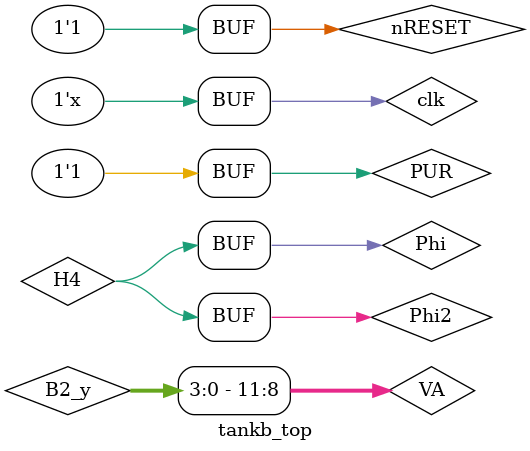
<source format=v>
module tankb_top;

//wire & reg setup
reg PUR=1'b1;
reg clk = 1'b0;
reg nRESET = 1'b1;

wire A5_1_nq,A6_1_q,A6_1_nq,A6_2_q,A6_2_nq;
wire H1,H2,H4,H8,H16,H32,H64,H128,nH256;
wire A5_2_d=(~H64 & H32);
wire H256=~nH256;
wire B6_ca,C6_ca,E6_ca,D6_ca;
wire nHSYNC;
wire M6Hz=~A6_2_q;
wire nM6PRI=A6_1_nq;//schematics?
wire D5_2_nq;
wire Phi=H4;
wire nH4_nH8=(~H4 & ~H8);
wire V1,V2,V4,V8,V16,V32,V64,V128,nVSYNC;
wire H256star,nH256star;
wire nCOMPSYNC=(nHSYNC & nVSYNC);
wire nINTACK,nIRQ,VBLANK;
wire F5_1_d=~(V128 & V64 & V32);
wire [7:0] L2_q,K2_d;
wire J2_q;
wire [5:0] J3_q;
wire BLUE,GREEN,RED,RBG2;
wire E5_14=!(H4 & H2 & H1);
wire [3:0] D4_2_y;
wire C4_11=(D4_2_y[2] & D4_2_y[0]);
wire [3:0] B2_y,C2_y,B3_y;
wire [11:0] VA;
wire [7:0] MRW1_q;
//new wire & reg
wire Phi2=Phi;
//end wire & reg setup  

//start simulation specific
initial begin
    #10 nRESET=1'b0;
	#1 PUR=1'b0;
	#50 PUR=1'b1;
    #70 nRESET = 1'b1;	
  end
 
always #1 clk <= ~clk;
//end simulation specific

//start horizontal timer
   ls107 icA6_1(
    .clear(PUR), 
    .clk(~clk),
    .j(A6_2_nq),
    .k(PUR),
    .q(A6_1_q),
    .qnot(A6_1_nq)
   );

   ls107 icA6_2(
    .clear(PUR), 
    .clk(~clk),
    .j(A6_1_q),
    .k(PUR),
    .q(A6_2_q),
    .qnot(A6_2_nq)
   );

   ls74 icA5(
    .n_pre1(PUR),
    .n_pre2(PUR),
    .n_clr1(PUR),
    .n_clr2(H256),
    .clk1(M6Hz),
    .clk2(H16),
    .d1(A5_1_nq),
    .d2(A5_2_d),
    .q1(H1),
    .n_q1(A5_1_nq),
    .q2(),
    .n_q2(nHSYNC)
   );

   ls161 icB6(
    .n_clr(PUR),
    .clk(M6Hz),
    .din(4'b0),
    .enp(H1), 
    .ent(H1),
    .n_load(PUR),
    .q({H16,H8,H4,H2}),
    .rco(B6_ca)
   );

   ls161 icC6(
    .n_clr(PUR),
    .clk(M6Hz),
    .din(4'b0100),
    .enp(B6_ca), 
    .ent(B6_ca),
    .n_load(~C6_ca),
    .q({nH256,H128,H64,H32}),
    .rco(C6_ca)
   );
//end horizontal timer

//start vertical timer

   ls74 icD5(
    .n_pre1(PUR),
    .n_pre2(PUR),
    .n_clr1(PUR),
    .n_clr2(PUR),
    .clk1(H8),
    .clk2(nHSYNC),
    .d1(H256),
    .d2(D5_2_nq),
    .q1(H256star),
    .n_q1(nH256star),
    .q2(V1),
    .n_q2(D5_2_nq)
   );  

   ls161 icD6(
    .n_clr(PUR),
    .clk(nHSYNC),
    .din(4'b1100),
    .enp(V1), 
    .ent(V1),
    .n_load(~E6_ca),
    .q({V16,V8,V4,V2}),
    .rco(D6_ca)
   );

   ls161 icE6(
    .n_clr(PUR),
    .clk(nHSYNC),
    .din(4'b0111),
    .enp(D6_ca), 
    .ent(D6_ca),
    .n_load(~E6_ca),
    .q({nVSYNC,V128,V64,V32}),
    .rco(E6_ca)
   );

//end vertical timer
//vblank

   ls74 icF5(
    .n_pre1(PUR),
    .n_pre2(nINTACK),
    .n_clr1(PUR),
    .n_clr2(PUR),
    .clk1(V16),
    .clk2(V16),
    .d1(F5_1_d),
    .d2(1'b0),
    .q1(),
    .n_q1(VBLANK),
    .q2(nIRQ),
    .n_q2()
  );  

//end vblank
//start screen render 3

   ls273 icL2(
	.d(MRW1_q),
	.clk(H4),
	.res(PUR),
	.q(L2_q)
   );

   rom2716_cs K2(
	.addr({L2_q,V4,V2,V1}),
	.clk(clk),
	.n_cs(1'b0),//!nPhi2
	.q(K2_d)
   );

   ls166 icJ2(
    .clk(M6Hz),
    .load(C4_11),
    .in(K2_d),
    .out(J2_q)
   );

//end of screen render 3
//start of screen render 4

   ls174 icJ3(
	.d(L2_q[7:2]),
	.clk(C4_11),
	.mr(PUR),
	.q(J3_q)
   );

   prom7052_cs icL3(
	.addr({J3_q[5:0],1'b0,J2_q}),
	.clk(clk),
	.n_cs(VBLANK),
	.q({BLUE,GREEN,RED,RBG2})
   );

//end of screen render 4
//screen render 1a

   ls139 icD4_2(
    .a(H256),
    .b(H256star),
    .n_g(E5_14),
    .y(D4_2_y)
  );

//end of screen render 1a
//start of address buffers
wire C4_3=(1'b1 & H256);//nPhi2 - 1'b1

   ls157 icB2(
	.i0({4{1'b0}}),
	.i1({PUR,1'b0,V128,V64}),//PUR
	.n_e(C4_3),
	.s(1'b1),
	.z(B2_y)
  );

assign VA[11]=B2_y[3];
assign VA[10]=B2_y[2];
assign VA[9]=B2_y[1];
assign VA[8]=B2_y[0];

   ls157 icC2(
	.i0({4{1'b0}}),
	.i1({V32,V16,V8,H128}),
	.n_e(C4_3),//
	.s(1'b1),
	.z(C2_y)
  );

assign VA[7]=C2_y[3];
assign VA[6]=C2_y[2];
assign VA[5]=C2_y[1];
assign VA[4]=C2_y[0];

   ls157 icB3(
	.i0({4{1'b0}}),
	.i1({H64,H32,H16,H8}),
	.n_e(1'b0),
	.s(1'b1),
	.z(B3_y)
  );

assign VA[3]=B3_y[3];
assign VA[2]=B3_y[2];
assign VA[1]=B3_y[1];
assign VA[0]=B3_y[0];

//end of address buffers
//start of cpuclk
wire cpu_clken;
clock cpu_clk1(
    .clk(clk),
    .rst_n(nRESET),
	.Phi2(Phi2),
    .cpu_clken(cpu_clken)
    );
//end of cpuclk
//CPU 6502
wire [15:0] A;
wire r_w;
wire [7:0] cpudata_in,cpudata_out;

arlet_6502 my_cpu(
    .clk    (clk),
    .enable (cpu_clken),
    .rst_n  (nRESET),
    .ab     (A),
    .dbi    (cpudata_in),
    .dbo    (cpudata_out),
    .we     (r_w),
    .irq_n  (1'b1),
    .nmi_n  (1'b1),
    .ready  (cpu_clken),
    .pc_monitor ()
    );

//end of CPU 6502  
//start of ROM
wire [7:0] romdata_out;

rom2716_mrw mrw1(
	.addr(A[10:0]),
	.clk(clk),
	//.n_cs(~rom_mrw_cs),
	.q(romdata_out)
    );
//end of ROM
//start of RAM
wire [7:0] ramdata_out;

ram2114_DP mrw2(
	.data_a(cpudata_out),
	.data_b(),
	.addr_a(A[10:0]),
	.addr_b(VA[10:0]),
	.we_a(r_w),
	.we_b(),
	.clk(clk),
	.q_a(ramdata_out),
	.q_b(MRW1_q)
	);
//end of RAM
//start of Address muxing
wire rom_mrw_cs = (A[15] == 1'b1);
wire ram_cs = (A[15:11] == 5'b00001);

assign cpudata_in = rom_mrw_cs ? romdata_out :
					ram_cs ? ramdata_out :
					8'h00;

//end of Address muxing
  
endmodule 
</source>
